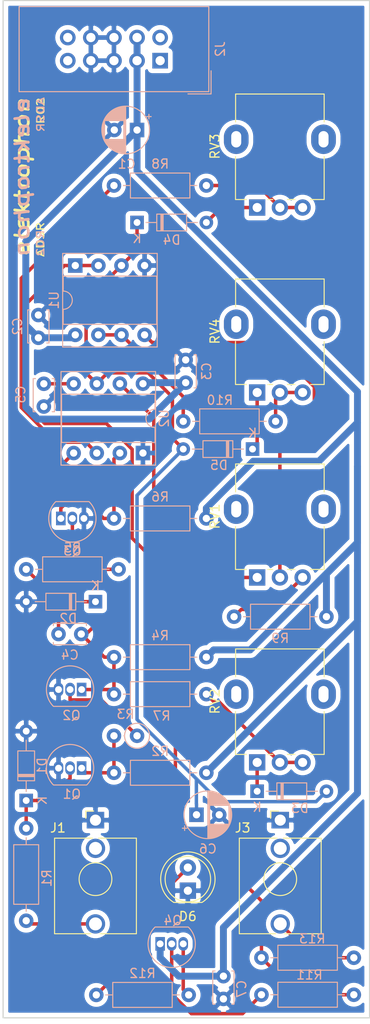
<source format=kicad_pcb>
(kicad_pcb (version 20171130) (host pcbnew "(5.1.4)-1")
  (title_block (title ADSR) (date 2019-09-22) (rev 01) (comment 1 "Original design by René Schmitz") (comment 2 "PCB for main circuit") (comment 4 "License CC BY 4.0 - Attribution 4.0 International"))
  (layers (0 F.Cu signal) (31 B.Cu signal) (34 B.Paste user) (35 F.Paste user) (36 B.SilkS user) (37 F.SilkS user) (38 B.Mask user) (39 F.Mask user) (44 Edge.Cuts user))
  (net 0 "")
  (net 1 GND)
  (net 2 +15V)
  (net 3 "Net-(C4-Pad2)")
  (net 4 "Net-(C4-Pad1)")
  (net 5 "Net-(C5-Pad2)")
  (net 6 "Net-(C6-Pad1)")
  (net 7 "Net-(D1-Pad1)")
  (net 8 "Net-(D3-Pad1)")
  (net 9 "Net-(D4-Pad2)")
  (net 10 "Net-(D5-Pad1)")
  (net 11 "Net-(D6-Pad2)")
  (net 12 "Net-(J1-PadTN)")
  (net 13 "Net-(J1-PadT)")
  (net 14 "Net-(J2-Pad10)")
  (net 15 "Net-(J2-Pad9)")
  (net 16 "Net-(J2-Pad2)")
  (net 17 "Net-(J2-Pad1)")
  (net 18 "Net-(J3-PadTN)")
  (net 19 "Net-(J3-PadT)")
  (net 20 "Net-(Q1-Pad1)")
  (net 21 "Net-(Q2-Pad2)")
  (net 22 "Net-(Q3-Pad1)")
  (net 23 "Net-(Q3-Pad2)")
  (net 24 "Net-(Q4-Pad3)")
  (net 25 "Net-(Q4-Pad2)")
  (net 26 "Net-(R7-Pad1)")
  (net 27 "Net-(R8-Pad2)")
  (net 28 "Net-(R8-Pad1)")
  (net 29 "Net-(R9-Pad1)")
  (net 30 "Net-(R10-Pad2)")
  (net 31 "Net-(R10-Pad1)")
  (net 32 "Net-(R11-Pad2)")
  (net 33 "Net-(RV1-Pad2)")
  (net 34 "Net-(RV1-Pad1)")
  (module "elektrophon:elektrophon logo" (layer F.Cu) (at 53.9115 70.1675 90)
    (fp_text reference REF** hide)
    (fp_text value "elektrophon logo" hide)
    (fp_text user ADSR (at 8.84 1.02 90) (layer B.SilkS) (effects (font (size 0.8 1)) (justify left mirror)))
    (fp_text user R02 (at -8.83 1 90) (layer B.SilkS) (effects (font (size 0.8 1)) (justify right mirror)))
    (fp_text user elektrophon (at 0 -1.016 90) (layer B.SilkS) (effects (font (size 1.5 2) (thickness 0.3) italic) (justify mirror)))
    (fp_text user R02 (at 8.8 1.02 90) (layer F.SilkS) (effects (font (size 0.8 1)) (justify right)))
    (fp_text user ADSR (at -8.88 1 90) (layer F.SilkS) (effects (font (size 0.8 1)) (justify left)))
    (fp_text user elektrophon (at 0 -1.016 90) (layer F.SilkS) (effects (font (size 1.5 2) (thickness 0.3) italic)))
  )
  (module Package_TO_SOT_THT:TO-92_Inline (layer B.Cu) (at 57.15 107.696)
    (fp_text reference Q3 (at 1.27 3.56) (layer B.SilkS) (effects (justify mirror)))
    (fp_text value BC547)
    (pad 1 thru_hole rect (at 0 0) (size 1.05 1.5) (drill 0.75) (layers *.Cu *.Mask) (net 22 "Net-(Q3-Pad1)"))
    (pad 3 thru_hole oval (at 2.54 0) (size 1.05 1.5) (drill 0.75) (layers *.Cu *.Mask) (net 1 GND))
    (pad 2 thru_hole oval (at 1.27 0) (size 1.05 1.5) (drill 0.75) (layers *.Cu *.Mask) (net 23 "Net-(Q3-Pad2)"))
  )
  (module Capacitor_THT:C_Disc_D3.4mm_W2.1mm_P2.50mm (layer B.Cu) (at 75.03 157.98 270)
    (fp_text reference C7 (at 1.41 -2.01 90) (layer B.SilkS) (effects (justify mirror)))
    (fp_text value 100n)
    (pad 2 thru_hole circle (at 2.5 0 270) (size 1.6 1.6) (drill 0.8) (layers *.Cu *.Mask) (net 1 GND))
    (pad 1 thru_hole circle (at 0 0 270) (size 1.6 1.6) (drill 0.8) (layers *.Cu *.Mask) (net 2 +15V))
  )
  (module Capacitor_THT:C_Disc_D3.4mm_W2.1mm_P2.50mm (layer B.Cu) (at 55.28 95.4 90)
    (fp_text reference C5 (at 1.32 -2.54 270) (layer B.SilkS) (effects (justify mirror)))
    (fp_text value 10n)
    (pad 2 thru_hole circle (at 2.5 0 90) (size 1.6 1.6) (drill 0.8) (layers *.Cu *.Mask) (net 5 "Net-(C5-Pad2)"))
    (pad 1 thru_hole circle (at 0 0 90) (size 1.6 1.6) (drill 0.8) (layers *.Cu *.Mask) (net 1 GND))
  )
  (module Capacitor_THT:C_Disc_D3.4mm_W2.1mm_P2.50mm (layer B.Cu) (at 56.896 120.396)
    (fp_text reference C4 (at 1.25 2.3) (layer B.SilkS) (effects (justify mirror)))
    (fp_text value 10n)
    (pad 2 thru_hole circle (at 2.5 0) (size 1.6 1.6) (drill 0.8) (layers *.Cu *.Mask) (net 3 "Net-(C4-Pad2)"))
    (pad 1 thru_hole circle (at 0 0) (size 1.6 1.6) (drill 0.8) (layers *.Cu *.Mask) (net 4 "Net-(C4-Pad1)"))
  )
  (module Capacitor_THT:C_Disc_D3.4mm_W2.1mm_P2.50mm (layer B.Cu) (at 70.88 92.78 90)
    (fp_text reference C3 (at 1.25 2.3 270) (layer B.SilkS) (effects (justify mirror)))
    (fp_text value 0.1u)
    (pad 2 thru_hole circle (at 2.5 0 90) (size 1.6 1.6) (drill 0.8) (layers *.Cu *.Mask) (net 1 GND))
    (pad 1 thru_hole circle (at 0 0 90) (size 1.6 1.6) (drill 0.8) (layers *.Cu *.Mask) (net 2 +15V))
  )
  (module Capacitor_THT:C_Disc_D3.4mm_W2.1mm_P2.50mm (layer B.Cu) (at 54.68 85.35 270)
    (fp_text reference C2 (at 1.25 2.3 270) (layer B.SilkS) (effects (justify mirror)))
    (fp_text value 0.1u)
    (pad 2 thru_hole circle (at 2.5 0 270) (size 1.6 1.6) (drill 0.8) (layers *.Cu *.Mask) (net 2 +15V))
    (pad 1 thru_hole circle (at 0 0 270) (size 1.6 1.6) (drill 0.8) (layers *.Cu *.Mask) (net 1 GND))
  )
  (module LED_THT:LED_D5.0mm (layer F.Cu) (at 71.12 148.59 90)
    (fp_text reference D6 (at -2.83 -0.01 180) (layer F.SilkS))
    (fp_text value LED)
    (pad 2 thru_hole circle (at 2.54 0 90) (size 1.8 1.8) (drill 0.9) (layers *.Cu *.Mask) (net 11 "Net-(D6-Pad2)"))
    (pad 1 thru_hole rect (at 0 0 90) (size 1.8 1.8) (drill 0.9) (layers *.Cu *.Mask) (net 1 GND))
  )
  (module Package_DIP:DIP-8_W7.62mm_Socket (layer B.Cu) (at 66.18 100.51 90)
    (fp_text reference U2 (at 3.81 2.33 270) (layer B.SilkS) (effects (justify mirror)))
    (fp_text value ICM7555)
    (pad 8 thru_hole oval (at 7.62 0 90) (size 1.6 1.6) (drill 0.8) (layers *.Cu *.Mask) (net 2 +15V))
    (pad 4 thru_hole oval (at 0 -7.62 90) (size 1.6 1.6) (drill 0.8) (layers *.Cu *.Mask) (net 3 "Net-(C4-Pad2)"))
    (pad 7 thru_hole oval (at 7.62 -2.54 90) (size 1.6 1.6) (drill 0.8) (layers *.Cu *.Mask) (net 34 "Net-(RV1-Pad1)"))
    (pad 3 thru_hole oval (at 0 -5.08 90) (size 1.6 1.6) (drill 0.8) (layers *.Cu *.Mask) (net 27 "Net-(R8-Pad2)"))
    (pad 6 thru_hole oval (at 7.62 -5.08 90) (size 1.6 1.6) (drill 0.8) (layers *.Cu *.Mask) (net 6 "Net-(C6-Pad1)"))
    (pad 2 thru_hole oval (at 0 -2.54 90) (size 1.6 1.6) (drill 0.8) (layers *.Cu *.Mask) (net 22 "Net-(Q3-Pad1)"))
    (pad 5 thru_hole oval (at 7.62 -7.62 90) (size 1.6 1.6) (drill 0.8) (layers *.Cu *.Mask) (net 5 "Net-(C5-Pad2)"))
    (pad 1 thru_hole rect (at 0 0 90) (size 1.6 1.6) (drill 0.8) (layers *.Cu *.Mask) (net 1 GND))
  )
  (module Package_DIP:DIP-8_W7.62mm_Socket (layer B.Cu) (at 58.74 79.91 270)
    (fp_text reference U1 (at 3.81 2.33 270) (layer B.SilkS) (effects (justify mirror)))
    (fp_text value LM358)
    (pad 8 thru_hole oval (at 7.62 0 270) (size 1.6 1.6) (drill 0.8) (layers *.Cu *.Mask) (net 2 +15V))
    (pad 4 thru_hole oval (at 0 -7.62 270) (size 1.6 1.6) (drill 0.8) (layers *.Cu *.Mask) (net 1 GND))
    (pad 7 thru_hole oval (at 7.62 -2.54 270) (size 1.6 1.6) (drill 0.8) (layers *.Cu *.Mask) (net 31 "Net-(R10-Pad1)"))
    (pad 3 thru_hole oval (at 0 -5.08 270) (size 1.6 1.6) (drill 0.8) (layers *.Cu *.Mask) (net 6 "Net-(C6-Pad1)"))
    (pad 6 thru_hole oval (at 7.62 -5.08 270) (size 1.6 1.6) (drill 0.8) (layers *.Cu *.Mask) (net 31 "Net-(R10-Pad1)"))
    (pad 2 thru_hole oval (at 0 -2.54 270) (size 1.6 1.6) (drill 0.8) (layers *.Cu *.Mask) (net 32 "Net-(R11-Pad2)"))
    (pad 5 thru_hole oval (at 7.62 -7.62 270) (size 1.6 1.6) (drill 0.8) (layers *.Cu *.Mask) (net 33 "Net-(RV1-Pad2)"))
    (pad 1 thru_hole rect (at 0 0 270) (size 1.6 1.6) (drill 0.8) (layers *.Cu *.Mask) (net 32 "Net-(R11-Pad2)"))
  )
  (module elektrophon:Potentiometer_Alpha_RD901F-40-00D_Single_Vertical (layer F.Cu) (at 81.28 86.36 90)
    (fp_text reference RV4 (at -0.79 -7.18 270) (layer F.SilkS))
    (fp_text value "1M LOG")
    (pad "" thru_hole oval (at 0 -4.84 180) (size 2.72 3.24) (drill oval 1.1 1.8) (layers *.Cu *.Mask))
    (pad "" thru_hole oval (at 0 4.76 180) (size 2.72 3.24) (drill oval 1.1 1.8) (layers *.Cu *.Mask))
    (pad 3 thru_hole circle (at -7.5 2.46 180) (size 1.8 1.8) (drill 1) (layers *.Cu *.Mask) (net 30 "Net-(R10-Pad2)"))
    (pad 2 thru_hole circle (at -7.5 -0.04 180) (size 1.8 1.8) (drill 1) (layers *.Cu *.Mask) (net 30 "Net-(R10-Pad2)"))
    (pad 1 thru_hole rect (at -7.5 -2.54 180) (size 1.8 1.8) (drill 1) (layers *.Cu *.Mask) (net 10 "Net-(D5-Pad1)"))
  )
  (module elektrophon:Potentiometer_Alpha_RD901F-40-00D_Single_Vertical (layer F.Cu) (at 81.28 66.04 90)
    (fp_text reference RV3 (at -0.79 -7.18 270) (layer F.SilkS))
    (fp_text value "1M LOG")
    (pad "" thru_hole oval (at 0 -4.84 180) (size 2.72 3.24) (drill oval 1.1 1.8) (layers *.Cu *.Mask))
    (pad "" thru_hole oval (at 0 4.76 180) (size 2.72 3.24) (drill oval 1.1 1.8) (layers *.Cu *.Mask))
    (pad 3 thru_hole circle (at -7.5 2.46 180) (size 1.8 1.8) (drill 1) (layers *.Cu *.Mask) (net 28 "Net-(R8-Pad1)"))
    (pad 2 thru_hole circle (at -7.5 -0.04 180) (size 1.8 1.8) (drill 1) (layers *.Cu *.Mask) (net 28 "Net-(R8-Pad1)"))
    (pad 1 thru_hole rect (at -7.5 -2.54 180) (size 1.8 1.8) (drill 1) (layers *.Cu *.Mask) (net 9 "Net-(D4-Pad2)"))
  )
  (module elektrophon:Potentiometer_Alpha_RD901F-40-00D_Single_Vertical (layer F.Cu) (at 81.28 127 90)
    (fp_text reference RV2 (at -0.79 -7.18 270) (layer F.SilkS))
    (fp_text value "1M LOG")
    (pad "" thru_hole oval (at 0 -4.84 180) (size 2.72 3.24) (drill oval 1.1 1.8) (layers *.Cu *.Mask))
    (pad "" thru_hole oval (at 0 4.76 180) (size 2.72 3.24) (drill oval 1.1 1.8) (layers *.Cu *.Mask))
    (pad 3 thru_hole circle (at -7.5 2.46 180) (size 1.8 1.8) (drill 1) (layers *.Cu *.Mask) (net 26 "Net-(R7-Pad1)"))
    (pad 2 thru_hole circle (at -7.5 -0.04 180) (size 1.8 1.8) (drill 1) (layers *.Cu *.Mask) (net 26 "Net-(R7-Pad1)"))
    (pad 1 thru_hole rect (at -7.5 -2.54 180) (size 1.8 1.8) (drill 1) (layers *.Cu *.Mask) (net 8 "Net-(D3-Pad1)"))
  )
  (module elektrophon:Potentiometer_Alpha_RD901F-40-00D_Single_Vertical (layer F.Cu) (at 81.28 106.68 90)
    (fp_text reference RV1 (at -0.79 -7.18 270) (layer F.SilkS))
    (fp_text value 10k)
    (pad "" thru_hole oval (at 0 -4.84 180) (size 2.72 3.24) (drill oval 1.1 1.8) (layers *.Cu *.Mask))
    (pad "" thru_hole oval (at 0 4.76 180) (size 2.72 3.24) (drill oval 1.1 1.8) (layers *.Cu *.Mask))
    (pad 3 thru_hole circle (at -7.5 2.46 180) (size 1.8 1.8) (drill 1) (layers *.Cu *.Mask) (net 29 "Net-(R9-Pad1)"))
    (pad 2 thru_hole circle (at -7.5 -0.04 180) (size 1.8 1.8) (drill 1) (layers *.Cu *.Mask) (net 33 "Net-(RV1-Pad2)"))
    (pad 1 thru_hole rect (at -7.5 -2.54 180) (size 1.8 1.8) (drill 1) (layers *.Cu *.Mask) (net 34 "Net-(RV1-Pad1)"))
  )
  (module Resistor_THT:R_Axial_DIN0207_L6.3mm_D2.5mm_P10.16mm_Horizontal (layer B.Cu) (at 79.212 155.956)
    (fp_text reference R13 (at 5.588 -2.086) (layer B.SilkS) (effects (justify mirror)))
    (fp_text value 1k)
    (pad 2 thru_hole oval (at 10.16 0) (size 1.6 1.6) (drill 0.8) (layers *.Cu *.Mask) (net 19 "Net-(J3-PadT)"))
    (pad 1 thru_hole circle (at 0 0) (size 1.6 1.6) (drill 0.8) (layers *.Cu *.Mask) (net 32 "Net-(R11-Pad2)"))
  )
  (module Resistor_THT:R_Axial_DIN0207_L6.3mm_D2.5mm_P10.16mm_Horizontal (layer B.Cu) (at 71.21 160.04 180)
    (fp_text reference R12 (at 5.08 2.37 180) (layer B.SilkS) (effects (justify mirror)))
    (fp_text value 2k2)
    (pad 2 thru_hole oval (at 10.16 0 180) (size 1.6 1.6) (drill 0.8) (layers *.Cu *.Mask) (net 11 "Net-(D6-Pad2)"))
    (pad 1 thru_hole circle (at 0 0 180) (size 1.6 1.6) (drill 0.8) (layers *.Cu *.Mask) (net 24 "Net-(Q4-Pad3)"))
  )
  (module Resistor_THT:R_Axial_DIN0207_L6.3mm_D2.5mm_P10.16mm_Horizontal (layer B.Cu) (at 79.212 160.02)
    (fp_text reference R11 (at 5.278 -2.18) (layer B.SilkS) (effects (justify mirror)))
    (fp_text value 10k)
    (pad 2 thru_hole oval (at 10.16 0) (size 1.6 1.6) (drill 0.8) (layers *.Cu *.Mask) (net 32 "Net-(R11-Pad2)"))
    (pad 1 thru_hole circle (at 0 0) (size 1.6 1.6) (drill 0.8) (layers *.Cu *.Mask) (net 25 "Net-(Q4-Pad2)"))
  )
  (module Resistor_THT:R_Axial_DIN0207_L6.3mm_D2.5mm_P10.16mm_Horizontal (layer B.Cu) (at 70.612 97.028)
    (fp_text reference R10 (at 4.028 -2.328) (layer B.SilkS) (effects (justify mirror)))
    (fp_text value 100)
    (pad 2 thru_hole oval (at 10.16 0) (size 1.6 1.6) (drill 0.8) (layers *.Cu *.Mask) (net 30 "Net-(R10-Pad2)"))
    (pad 1 thru_hole circle (at 0 0) (size 1.6 1.6) (drill 0.8) (layers *.Cu *.Mask) (net 31 "Net-(R10-Pad1)"))
  )
  (module Resistor_THT:R_Axial_DIN0207_L6.3mm_D2.5mm_P10.16mm_Horizontal (layer B.Cu) (at 76.2 118.49)
    (fp_text reference R9 (at 5.08 2.37) (layer B.SilkS) (effects (justify mirror)))
    (fp_text value 4k7)
    (pad 2 thru_hole oval (at 10.16 0) (size 1.6 1.6) (drill 0.8) (layers *.Cu *.Mask) (net 2 +15V))
    (pad 1 thru_hole circle (at 0 0) (size 1.6 1.6) (drill 0.8) (layers *.Cu *.Mask) (net 29 "Net-(R9-Pad1)"))
  )
  (module Resistor_THT:R_Axial_DIN0207_L6.3mm_D2.5mm_P10.16mm_Horizontal (layer B.Cu) (at 73.152 71.12 180)
    (fp_text reference R8 (at 5.08 2.37) (layer B.SilkS) (effects (justify mirror)))
    (fp_text value 100)
    (pad 2 thru_hole oval (at 10.16 0 180) (size 1.6 1.6) (drill 0.8) (layers *.Cu *.Mask) (net 27 "Net-(R8-Pad2)"))
    (pad 1 thru_hole circle (at 0 0 180) (size 1.6 1.6) (drill 0.8) (layers *.Cu *.Mask) (net 28 "Net-(R8-Pad1)"))
  )
  (module Resistor_THT:R_Axial_DIN0207_L6.3mm_D2.5mm_P10.16mm_Horizontal (layer B.Cu) (at 73.152 127 180)
    (fp_text reference R7 (at 4.912 -2.39) (layer B.SilkS) (effects (justify mirror)))
    (fp_text value 100)
    (pad 2 thru_hole oval (at 10.16 0 180) (size 1.6 1.6) (drill 0.8) (layers *.Cu *.Mask) (net 3 "Net-(C4-Pad2)"))
    (pad 1 thru_hole circle (at 0 0 180) (size 1.6 1.6) (drill 0.8) (layers *.Cu *.Mask) (net 26 "Net-(R7-Pad1)"))
  )
  (module Resistor_THT:R_Axial_DIN0207_L6.3mm_D2.5mm_P10.16mm_Horizontal (layer B.Cu) (at 73.152 107.696 180)
    (fp_text reference R6 (at 5.08 2.37 180) (layer B.SilkS) (effects (justify mirror)))
    (fp_text value 4k7)
    (pad 2 thru_hole oval (at 10.16 0 180) (size 1.6 1.6) (drill 0.8) (layers *.Cu *.Mask) (net 22 "Net-(Q3-Pad1)"))
    (pad 1 thru_hole circle (at 0 0 180) (size 1.6 1.6) (drill 0.8) (layers *.Cu *.Mask) (net 2 +15V))
  )
  (module Resistor_THT:R_Axial_DIN0207_L6.3mm_D2.5mm_P10.16mm_Horizontal (layer B.Cu) (at 63.5 113.284 180)
    (fp_text reference R5 (at 5.08 2.37) (layer B.SilkS) (effects (justify mirror)))
    (fp_text value 10k)
    (pad 2 thru_hole oval (at 10.16 0 180) (size 1.6 1.6) (drill 0.8) (layers *.Cu *.Mask) (net 4 "Net-(C4-Pad1)"))
    (pad 1 thru_hole circle (at 0 0 180) (size 1.6 1.6) (drill 0.8) (layers *.Cu *.Mask) (net 23 "Net-(Q3-Pad2)"))
  )
  (module Resistor_THT:R_Axial_DIN0207_L6.3mm_D2.5mm_P10.16mm_Horizontal (layer B.Cu) (at 73.152 122.936 180)
    (fp_text reference R4 (at 5.08 2.37 180) (layer B.SilkS) (effects (justify mirror)))
    (fp_text value 4k7)
    (pad 2 thru_hole oval (at 10.16 0 180) (size 1.6 1.6) (drill 0.8) (layers *.Cu *.Mask) (net 3 "Net-(C4-Pad2)"))
    (pad 1 thru_hole circle (at 0 0 180) (size 1.6 1.6) (drill 0.8) (layers *.Cu *.Mask) (net 2 +15V))
  )
  (module Resistor_THT:R_Axial_DIN0207_L6.3mm_D2.5mm_P2.54mm_Vertical (layer B.Cu) (at 65.532 131.572 180)
    (fp_text reference R3 (at 1.27 2.37) (layer B.SilkS) (effects (justify mirror)))
    (fp_text value 22k)
    (pad 2 thru_hole oval (at 2.54 0 180) (size 1.6 1.6) (drill 0.8) (layers *.Cu *.Mask) (net 20 "Net-(Q1-Pad1)"))
    (pad 1 thru_hole circle (at 0 0 180) (size 1.6 1.6) (drill 0.8) (layers *.Cu *.Mask) (net 21 "Net-(Q2-Pad2)"))
  )
  (module Resistor_THT:R_Axial_DIN0207_L6.3mm_D2.5mm_P10.16mm_Horizontal (layer B.Cu) (at 73.152 135.636 180)
    (fp_text reference R2 (at 5.08 2.37 180) (layer B.SilkS) (effects (justify mirror)))
    (fp_text value 4k7)
    (pad 2 thru_hole oval (at 10.16 0 180) (size 1.6 1.6) (drill 0.8) (layers *.Cu *.Mask) (net 20 "Net-(Q1-Pad1)"))
    (pad 1 thru_hole circle (at 0 0 180) (size 1.6 1.6) (drill 0.8) (layers *.Cu *.Mask) (net 2 +15V))
  )
  (module Resistor_THT:R_Axial_DIN0207_L6.3mm_D2.5mm_P10.16mm_Horizontal (layer B.Cu) (at 53.34 141.732 270)
    (fp_text reference R1 (at 5.488 -2.27 90) (layer B.SilkS) (effects (justify mirror)))
    (fp_text value 10k)
    (pad 2 thru_hole oval (at 10.16 0 270) (size 1.6 1.6) (drill 0.8) (layers *.Cu *.Mask) (net 13 "Net-(J1-PadT)"))
    (pad 1 thru_hole circle (at 0 0 270) (size 1.6 1.6) (drill 0.8) (layers *.Cu *.Mask) (net 7 "Net-(D1-Pad1)"))
  )
  (module Package_TO_SOT_THT:TO-92_Inline (layer B.Cu) (at 68.072 154.432)
    (fp_text reference Q4 (at 1.388 -2.572) (layer B.SilkS) (effects (justify mirror)))
    (fp_text value BC547)
    (pad 1 thru_hole rect (at 0 0) (size 1.05 1.5) (drill 0.75) (layers *.Cu *.Mask) (net 2 +15V))
    (pad 3 thru_hole oval (at 2.54 0) (size 1.05 1.5) (drill 0.75) (layers *.Cu *.Mask) (net 24 "Net-(Q4-Pad3)"))
    (pad 2 thru_hole oval (at 1.27 0) (size 1.05 1.5) (drill 0.75) (layers *.Cu *.Mask) (net 25 "Net-(Q4-Pad2)"))
  )
  (module Package_TO_SOT_THT:TO-92_Inline (layer B.Cu) (at 59.436 126.492 180)
    (fp_text reference Q2 (at 1.116 -2.838) (layer B.SilkS) (effects (justify mirror)))
    (fp_text value BC547)
    (pad 1 thru_hole rect (at 0 0 180) (size 1.05 1.5) (drill 0.75) (layers *.Cu *.Mask) (net 3 "Net-(C4-Pad2)"))
    (pad 3 thru_hole oval (at 2.54 0 180) (size 1.05 1.5) (drill 0.75) (layers *.Cu *.Mask) (net 1 GND))
    (pad 2 thru_hole oval (at 1.27 0 180) (size 1.05 1.5) (drill 0.75) (layers *.Cu *.Mask) (net 21 "Net-(Q2-Pad2)"))
  )
  (module Package_TO_SOT_THT:TO-92_Inline (layer B.Cu) (at 59.436 135.128 180)
    (fp_text reference Q1 (at 1.076 -2.852) (layer B.SilkS) (effects (justify mirror)))
    (fp_text value BC547)
    (pad 1 thru_hole rect (at 0 0 180) (size 1.05 1.5) (drill 0.75) (layers *.Cu *.Mask) (net 20 "Net-(Q1-Pad1)"))
    (pad 3 thru_hole oval (at 2.54 0 180) (size 1.05 1.5) (drill 0.75) (layers *.Cu *.Mask) (net 1 GND))
    (pad 2 thru_hole oval (at 1.27 0 180) (size 1.05 1.5) (drill 0.75) (layers *.Cu *.Mask) (net 7 "Net-(D1-Pad1)"))
  )
  (module elektrophon:Jack_3.5mm_QingPu_WQP-PJ398SM_Vertical_CircularHoles (layer F.Cu) (at 81.28 147.32)
    (fp_text reference J3 (at -4.13 -5.63) (layer F.SilkS))
    (fp_text value OUT)
    (pad TN thru_hole circle (at 0 -3.38 180) (size 2.13 2.13) (drill 1.42) (layers *.Cu *.Mask) (net 18 "Net-(J3-PadTN)"))
    (pad S thru_hole rect (at 0 -6.48 180) (size 1.93 1.83) (drill 1.22) (layers *.Cu *.Mask) (net 1 GND))
    (pad T thru_hole circle (at 0 4.92 180) (size 2.13 2.13) (drill 1.43) (layers *.Cu *.Mask) (net 19 "Net-(J3-PadT)"))
  )
  (module Connector_IDC:IDC-Header_2x05_P2.54mm_Vertical (layer B.Cu) (at 68.072 57.404 90)
    (fp_text reference J2 (at 1.27 6.604 270) (layer B.SilkS) (effects (justify mirror)))
    (fp_text value Power)
    (pad 10 thru_hole oval (at 2.54 -10.16 90) (size 1.7272 1.7272) (drill 1.016) (layers *.Cu *.Mask) (net 14 "Net-(J2-Pad10)"))
    (pad 9 thru_hole oval (at 0 -10.16 90) (size 1.7272 1.7272) (drill 1.016) (layers *.Cu *.Mask) (net 15 "Net-(J2-Pad9)"))
    (pad 8 thru_hole oval (at 2.54 -7.62 90) (size 1.7272 1.7272) (drill 1.016) (layers *.Cu *.Mask) (net 1 GND))
    (pad 7 thru_hole oval (at 0 -7.62 90) (size 1.7272 1.7272) (drill 1.016) (layers *.Cu *.Mask) (net 1 GND))
    (pad 6 thru_hole oval (at 2.54 -5.08 90) (size 1.7272 1.7272) (drill 1.016) (layers *.Cu *.Mask) (net 1 GND))
    (pad 5 thru_hole oval (at 0 -5.08 90) (size 1.7272 1.7272) (drill 1.016) (layers *.Cu *.Mask) (net 1 GND))
    (pad 4 thru_hole oval (at 2.54 -2.54 90) (size 1.7272 1.7272) (drill 1.016) (layers *.Cu *.Mask) (net 2 +15V))
    (pad 3 thru_hole oval (at 0 -2.54 90) (size 1.7272 1.7272) (drill 1.016) (layers *.Cu *.Mask) (net 2 +15V))
    (pad 2 thru_hole oval (at 2.54 0 90) (size 1.7272 1.7272) (drill 1.016) (layers *.Cu *.Mask) (net 16 "Net-(J2-Pad2)"))
    (pad 1 thru_hole rect (at 0 0 90) (size 1.7272 1.7272) (drill 1.016) (layers *.Cu *.Mask) (net 17 "Net-(J2-Pad1)"))
  )
  (module elektrophon:Jack_3.5mm_QingPu_WQP-PJ398SM_Vertical_CircularHoles (layer F.Cu) (at 60.96 147.32)
    (fp_text reference J1 (at -4.13 -5.63) (layer F.SilkS))
    (fp_text value IN)
    (pad TN thru_hole circle (at 0 -3.38 180) (size 2.13 2.13) (drill 1.42) (layers *.Cu *.Mask) (net 12 "Net-(J1-PadTN)"))
    (pad S thru_hole rect (at 0 -6.48 180) (size 1.93 1.83) (drill 1.22) (layers *.Cu *.Mask) (net 1 GND))
    (pad T thru_hole circle (at 0 4.92 180) (size 2.13 2.13) (drill 1.43) (layers *.Cu *.Mask) (net 13 "Net-(J1-PadT)"))
  )
  (module Diode_THT:D_DO-34_SOD68_P7.62mm_Horizontal (layer B.Cu) (at 78.232 100.076 180)
    (fp_text reference D5 (at 3.692 -1.774) (layer B.SilkS) (effects (justify mirror)))
    (fp_text value D)
    (fp_text user K (at 0 1.75) (layer B.SilkS) (effects (justify mirror)))
    (pad 2 thru_hole oval (at 7.62 0 180) (size 1.5 1.5) (drill 0.75) (layers *.Cu *.Mask) (net 6 "Net-(C6-Pad1)"))
    (pad 1 thru_hole rect (at 0 0 180) (size 1.5 1.5) (drill 0.75) (layers *.Cu *.Mask) (net 10 "Net-(D5-Pad1)"))
  )
  (module Diode_THT:D_DO-34_SOD68_P7.62mm_Horizontal (layer B.Cu) (at 65.532 75.184)
    (fp_text reference D4 (at 3.81 1.92) (layer B.SilkS) (effects (justify mirror)))
    (fp_text value D)
    (fp_text user K (at 0 1.75) (layer B.SilkS) (effects (justify mirror)))
    (pad 2 thru_hole oval (at 7.62 0) (size 1.5 1.5) (drill 0.75) (layers *.Cu *.Mask) (net 9 "Net-(D4-Pad2)"))
    (pad 1 thru_hole rect (at 0 0) (size 1.5 1.5) (drill 0.75) (layers *.Cu *.Mask) (net 6 "Net-(C6-Pad1)"))
  )
  (module Diode_THT:D_DO-34_SOD68_P7.62mm_Horizontal (layer B.Cu) (at 78.74 137.668)
    (fp_text reference D3 (at 4.7 1.862 180) (layer B.SilkS) (effects (justify mirror)))
    (fp_text value D)
    (fp_text user K (at 0 1.75 180) (layer B.SilkS) (effects (justify mirror)))
    (pad 2 thru_hole oval (at 7.62 0) (size 1.5 1.5) (drill 0.75) (layers *.Cu *.Mask) (net 6 "Net-(C6-Pad1)"))
    (pad 1 thru_hole rect (at 0 0) (size 1.5 1.5) (drill 0.75) (layers *.Cu *.Mask) (net 8 "Net-(D3-Pad1)"))
  )
  (module Diode_THT:D_DO-34_SOD68_P7.62mm_Horizontal (layer B.Cu) (at 60.96 116.84 180)
    (fp_text reference D2 (at 2.99 -1.84 180) (layer B.SilkS) (effects (justify mirror)))
    (fp_text value D)
    (fp_text user K (at 0 1.75 180) (layer B.SilkS) (effects (justify mirror)))
    (pad 2 thru_hole oval (at 7.62 0 180) (size 1.5 1.5) (drill 0.75) (layers *.Cu *.Mask) (net 1 GND))
    (pad 1 thru_hole rect (at 0 0 180) (size 1.5 1.5) (drill 0.75) (layers *.Cu *.Mask) (net 4 "Net-(C4-Pad1)"))
  )
  (module Diode_THT:D_DO-34_SOD68_P7.62mm_Horizontal (layer B.Cu) (at 53.34 138.684 90)
    (fp_text reference D1 (at 3.764 1.74 90) (layer B.SilkS) (effects (justify mirror)))
    (fp_text value D)
    (fp_text user K (at 0 1.75 90) (layer B.SilkS) (effects (justify mirror)))
    (pad 2 thru_hole oval (at 7.62 0 90) (size 1.5 1.5) (drill 0.75) (layers *.Cu *.Mask) (net 1 GND))
    (pad 1 thru_hole rect (at 0 0 90) (size 1.5 1.5) (drill 0.75) (layers *.Cu *.Mask) (net 7 "Net-(D1-Pad1)"))
  )
  (module Capacitor_THT:CP_Radial_D5.0mm_P2.50mm (layer B.Cu) (at 72.07 140.25)
    (fp_text reference C6 (at 1.25 3.75) (layer B.SilkS) (effects (justify mirror)))
    (fp_text value 4u7)
    (pad 2 thru_hole circle (at 2.5 0) (size 1.6 1.6) (drill 0.8) (layers *.Cu *.Mask) (net 1 GND))
    (pad 1 thru_hole rect (at 0 0) (size 1.6 1.6) (drill 0.8) (layers *.Cu *.Mask) (net 6 "Net-(C6-Pad1)"))
  )
  (module Capacitor_THT:CP_Radial_D5.0mm_P2.50mm (layer B.Cu) (at 65.532 65.024 180)
    (fp_text reference C1 (at 1.142 -3.736) (layer B.SilkS) (effects (justify mirror)))
    (fp_text value 10u)
    (pad 2 thru_hole circle (at 2.5 0 180) (size 1.6 1.6) (drill 0.8) (layers *.Cu *.Mask) (net 1 GND))
    (pad 1 thru_hole rect (at 0 0 180) (size 1.6 1.6) (drill 0.8) (layers *.Cu *.Mask) (net 2 +15V))
  )
  (gr_line (start 91.1 50.8) (end 50.8 50.8) (layer Edge.Cuts) (width 0.12))
  (gr_line (start 91.1 162.56) (end 91.1 50.8) (layer Edge.Cuts) (width 0.12))
  (gr_line (start 50.8 162.56) (end 91.1 162.56) (layer Edge.Cuts) (width 0.12))
  (gr_line (start 50.8 50.8) (end 50.8 162.56) (layer Edge.Cuts) (width 0.12))
  (segment (start 65.532 54.864) (end 65.532 57.404) (width 0.762) (layer B.Cu) (net 2))
  (segment (start 54.864 75.692) (end 56.642 73.914) (width 0.762) (layer B.Cu) (net 2))
  (segment (start 65.532 57.404) (end 65.532 65.024) (width 0.762) (layer B.Cu) (net 2))
  (segment (start 56.642 73.914) (end 65.532 65.024) (width 0.762) (layer B.Cu) (net 2))
  (segment (start 65.532 69.533882) (end 89.773001 93.774883) (width 0.762) (layer B.Cu) (net 2))
  (segment (start 65.532 65.024) (end 65.532 69.533882) (width 0.762) (layer B.Cu) (net 2))
  (segment (start 89.773001 137.883081) (end 77.760041 149.896041) (width 0.762) (layer B.Cu) (net 2))
  (segment (start 89.773001 119.014999) (end 89.773001 113.426999) (width 0.762) (layer B.Cu) (net 2))
  (segment (start 73.152 135.636) (end 89.773001 119.014999) (width 0.762) (layer B.Cu) (net 2))
  (segment (start 89.773001 113.426999) (end 89.773001 137.883081) (width 0.762) (layer B.Cu) (net 2))
  (segment (start 89.773001 110.338881) (end 89.773001 101.965001) (width 0.762) (layer B.Cu) (net 2))
  (segment (start 77.975881 122.136001) (end 89.773001 110.338881) (width 0.762) (layer B.Cu) (net 2))
  (segment (start 73.951999 122.136001) (end 77.975881 122.136001) (width 0.762) (layer B.Cu) (net 2))
  (segment (start 73.152 122.936) (end 73.951999 122.136001) (width 0.762) (layer B.Cu) (net 2))
  (segment (start 86.36 113.792) (end 89.773001 110.378999) (width 0.762) (layer B.Cu) (net 2))
  (segment (start 86.36 118.49) (end 86.36 113.792) (width 0.762) (layer B.Cu) (net 2))
  (segment (start 89.773001 101.965001) (end 89.773001 110.378999) (width 0.762) (layer B.Cu) (net 2))
  (segment (start 89.773001 110.378999) (end 89.773001 113.426999) (width 0.762) (layer B.Cu) (net 2))
  (segment (start 85.536999 101.407001) (end 89.773001 97.170999) (width 0.762) (layer B.Cu) (net 2))
  (segment (start 73.152 106.56463) (end 78.309629 101.407001) (width 0.762) (layer B.Cu) (net 2))
  (segment (start 78.309629 101.407001) (end 85.536999 101.407001) (width 0.762) (layer B.Cu) (net 2))
  (segment (start 89.773001 97.170999) (end 89.773001 101.965001) (width 0.762) (layer B.Cu) (net 2))
  (segment (start 73.152 107.696) (end 73.152 106.56463) (width 0.762) (layer B.Cu) (net 2))
  (segment (start 89.773001 93.774883) (end 89.773001 97.170999) (width 0.762) (layer B.Cu) (net 2))
  (segment (start 70.080001 93.579999) (end 70.88 92.78) (width 0.762) (layer B.Cu) (net 2))
  (segment (start 53.298999 95.462881) (end 54.617119 96.781001) (width 0.762) (layer B.Cu) (net 2))
  (segment (start 53.913 76.643) (end 53.298999 77.257001) (width 0.762) (layer B.Cu) (net 2))
  (segment (start 53.913 76.643) (end 56.642 73.914) (width 0.762) (layer B.Cu) (net 2))
  (segment (start 66.878999 96.781001) (end 70.080001 93.579999) (width 0.762) (layer B.Cu) (net 2))
  (segment (start 54.617119 96.781001) (end 66.878999 96.781001) (width 0.762) (layer B.Cu) (net 2))
  (segment (start 53.482999 77.073001) (end 53.913 76.643) (width 0.762) (layer B.Cu) (net 2))
  (segment (start 66.29 92.78) (end 66.18 92.89) (width 0.762) (layer B.Cu) (net 2))
  (segment (start 70.88 92.78) (end 66.29 92.78) (width 0.762) (layer B.Cu) (net 2))
  (segment (start 53.298999 86.468999) (end 53.298999 84.851001) (width 0.762) (layer B.Cu) (net 2))
  (segment (start 53.298999 77.257001) (end 53.298999 84.851001) (width 0.762) (layer B.Cu) (net 2))
  (segment (start 54.68 87.85) (end 53.298999 86.468999) (width 0.762) (layer B.Cu) (net 2))
  (segment (start 53.298999 84.851001) (end 53.298999 95.462881) (width 0.762) (layer B.Cu) (net 2))
  (segment (start 58.42 87.85) (end 58.74 87.53) (width 0.762) (layer B.Cu) (net 2))
  (segment (start 54.68 87.85) (end 58.42 87.85) (width 0.762) (layer B.Cu) (net 2))
  (segment (start 75.03 152.626082) (end 76.258041 151.398041) (width 0.762) (layer B.Cu) (net 2))
  (segment (start 75.03 157.98) (end 75.03 152.626082) (width 0.762) (layer B.Cu) (net 2))
  (segment (start 76.258041 151.398041) (end 77.760041 149.896041) (width 0.762) (layer B.Cu) (net 2))
  (segment (start 68.072 155.944) (end 68.072 154.432) (width 0.762) (layer B.Cu) (net 2))
  (segment (start 70.108 157.98) (end 68.072 155.944) (width 0.762) (layer B.Cu) (net 2))
  (segment (start 75.03 157.98) (end 70.108 157.98) (width 0.762) (layer B.Cu) (net 2))
  (segment (start 62.484 126.492) (end 62.992 127) (width 0.381) (layer F.Cu) (net 3))
  (segment (start 59.436 126.492) (end 62.484 126.492) (width 0.381) (layer F.Cu) (net 3))
  (segment (start 62.992 122.936) (end 62.992 127) (width 0.381) (layer F.Cu) (net 3))
  (segment (start 61.936 122.936) (end 62.992 122.936) (width 0.381) (layer F.Cu) (net 3))
  (segment (start 59.396 120.396) (end 61.936 122.936) (width 0.381) (layer F.Cu) (net 3))
  (segment (start 57.760001 101.309999) (end 58.56 100.51) (width 0.381) (layer F.Cu) (net 3))
  (segment (start 55.372 103.698) (end 57.760001 101.309999) (width 0.381) (layer F.Cu) (net 3))
  (segment (start 59.944 120.396) (end 62.738 117.602) (width 0.381) (layer F.Cu) (net 3))
  (segment (start 59.396 120.396) (end 59.944 120.396) (width 0.381) (layer F.Cu) (net 3))
  (segment (start 55.372 110.689902) (end 55.372 103.698) (width 0.381) (layer F.Cu) (net 3))
  (segment (start 59.490098 114.808) (end 55.372 110.689902) (width 0.381) (layer F.Cu) (net 3))
  (segment (start 62.738 117.602) (end 62.738 116.078) (width 0.381) (layer F.Cu) (net 3))
  (segment (start 62.738 116.078) (end 61.468 114.808) (width 0.381) (layer F.Cu) (net 3))
  (segment (start 61.468 114.808) (end 59.490098 114.808) (width 0.381) (layer F.Cu) (net 3))
  (segment (start 56.896 116.84) (end 53.34 113.284) (width 0.381) (layer F.Cu) (net 4))
  (segment (start 56.896 118.872) (end 58.928 116.84) (width 0.381) (layer F.Cu) (net 4))
  (segment (start 56.896 120.396) (end 56.896 118.872) (width 0.381) (layer F.Cu) (net 4))
  (segment (start 60.96 116.84) (end 58.928 116.84) (width 0.381) (layer F.Cu) (net 4))
  (segment (start 58.928 116.84) (end 56.896 116.84) (width 0.381) (layer F.Cu) (net 4))
  (segment (start 58.55 92.9) (end 58.56 92.89) (width 0.381) (layer F.Cu) (net 5))
  (segment (start 55.28 92.9) (end 58.55 92.9) (width 0.381) (layer F.Cu) (net 5))
  (segment (start 65.532 78.198) (end 63.82 79.91) (width 0.381) (layer F.Cu) (net 6))
  (segment (start 62.290501 91.699499) (end 66.751441 91.699499) (width 0.381) (layer F.Cu) (net 6))
  (segment (start 59.930501 91.720501) (end 60.300001 92.090001) (width 0.381) (layer F.Cu) (net 6))
  (segment (start 65.532 75.184) (end 65.532 78.198) (width 0.381) (layer F.Cu) (net 6))
  (segment (start 69.421499 94.369557) (end 69.421499 98.885499) (width 0.381) (layer F.Cu) (net 6))
  (segment (start 66.751441 91.699499) (end 69.421499 94.369557) (width 0.381) (layer F.Cu) (net 6))
  (segment (start 69.862001 99.326001) (end 70.612 100.076) (width 0.381) (layer F.Cu) (net 6))
  (segment (start 69.421499 98.885499) (end 69.862001 99.326001) (width 0.381) (layer F.Cu) (net 6))
  (segment (start 63.82 79.91) (end 59.930501 83.799499) (width 0.381) (layer F.Cu) (net 6))
  (segment (start 59.930501 83.799499) (end 59.930501 91.720501) (width 0.381) (layer F.Cu) (net 6))
  (segment (start 61.1 92.89) (end 62.290501 91.699499) (width 0.381) (layer F.Cu) (net 6))
  (segment (start 60.300001 92.090001) (end 61.1 92.89) (width 0.381) (layer F.Cu) (net 6))
  (segment (start 70.612 100.076) (end 65.532 105.156) (width 0.381) (layer B.Cu) (net 6))
  (segment (start 65.532 129.777942) (end 65.532 122.362) (width 0.381) (layer B.Cu) (net 6))
  (segment (start 85.219499 138.808501) (end 74.562559 138.808501) (width 0.381) (layer B.Cu) (net 6))
  (segment (start 86.36 137.668) (end 85.219499 138.808501) (width 0.381) (layer B.Cu) (net 6))
  (segment (start 65.532 122.362) (end 65.532 123.444) (width 0.381) (layer B.Cu) (net 6))
  (segment (start 65.532 105.156) (end 65.532 122.362) (width 0.381) (layer B.Cu) (net 6))
  (segment (start 72.057029 139.056029) (end 72.057029 136.302971) (width 0.381) (layer B.Cu) (net 6))
  (segment (start 72.07 139.069) (end 72.057029 139.056029) (width 0.381) (layer B.Cu) (net 6))
  (segment (start 72.07 140.25) (end 72.07 139.069) (width 0.381) (layer B.Cu) (net 6))
  (segment (start 74.562559 138.808501) (end 72.057029 136.302971) (width 0.381) (layer B.Cu) (net 6))
  (segment (start 72.057029 136.302971) (end 65.532 129.777942) (width 0.381) (layer B.Cu) (net 6))
  (segment (start 53.34 141.732) (end 53.34 138.684) (width 0.381) (layer F.Cu) (net 7))
  (segment (start 58.166 136.259) (end 58.166 135.128) (width 0.381) (layer F.Cu) (net 7))
  (segment (start 55.741 138.684) (end 58.166 136.259) (width 0.381) (layer F.Cu) (net 7))
  (segment (start 53.34 138.684) (end 55.741 138.684) (width 0.381) (layer F.Cu) (net 7))
  (segment (start 78.74 134.5) (end 78.74 137.668) (width 0.381) (layer F.Cu) (net 8))
  (segment (start 74.796 73.54) (end 73.152 75.184) (width 0.381) (layer F.Cu) (net 9))
  (segment (start 78.74 73.54) (end 74.796 73.54) (width 0.381) (layer F.Cu) (net 9))
  (segment (start 78.74 99.568) (end 78.232 100.076) (width 0.381) (layer F.Cu) (net 10))
  (segment (start 78.74 93.86) (end 78.74 99.568) (width 0.381) (layer F.Cu) (net 10))
  (segment (start 62.415501 154.754499) (end 70.220001 146.949999) (width 0.381) (layer F.Cu) (net 11))
  (segment (start 70.220001 146.949999) (end 71.12 146.05) (width 0.381) (layer F.Cu) (net 11))
  (segment (start 62.415501 158.674499) (end 62.415501 154.754499) (width 0.381) (layer F.Cu) (net 11))
  (segment (start 61.05 160.04) (end 62.415501 158.674499) (width 0.381) (layer F.Cu) (net 11))
  (segment (start 53.688 152.24) (end 53.34 151.892) (width 0.381) (layer F.Cu) (net 13))
  (segment (start 60.96 152.24) (end 53.688 152.24) (width 0.381) (layer F.Cu) (net 13))
  (segment (start 84.996 155.956) (end 81.28 152.24) (width 0.381) (layer F.Cu) (net 19))
  (segment (start 89.372 155.956) (end 84.996 155.956) (width 0.381) (layer F.Cu) (net 19))
  (segment (start 59.944 135.636) (end 59.436 135.128) (width 0.381) (layer F.Cu) (net 20))
  (segment (start 62.992 135.636) (end 59.944 135.636) (width 0.381) (layer F.Cu) (net 20))
  (segment (start 62.992 131.572) (end 62.992 135.636) (width 0.381) (layer F.Cu) (net 20))
  (segment (start 58.166 127.623) (end 58.166 126.492) (width 0.381) (layer F.Cu) (net 21))
  (segment (start 58.175501 127.632501) (end 58.166 127.623) (width 0.381) (layer F.Cu) (net 21))
  (segment (start 61.592501 127.632501) (end 58.175501 127.632501) (width 0.381) (layer F.Cu) (net 21))
  (segment (start 65.532 131.572) (end 61.592501 127.632501) (width 0.381) (layer F.Cu) (net 21))
  (segment (start 62.992 101.158) (end 63.64 100.51) (width 0.381) (layer F.Cu) (net 22))
  (segment (start 62.992 107.696) (end 62.992 101.158) (width 0.381) (layer F.Cu) (net 22))
  (segment (start 62.992 107.696) (end 61.86063 107.696) (width 0.381) (layer F.Cu) (net 22))
  (segment (start 60.08263 105.918) (end 57.797 105.918) (width 0.381) (layer F.Cu) (net 22))
  (segment (start 61.86063 107.696) (end 60.08263 105.918) (width 0.381) (layer F.Cu) (net 22))
  (segment (start 57.15 106.565) (end 57.15 107.696) (width 0.381) (layer F.Cu) (net 22))
  (segment (start 57.797 105.918) (end 57.15 106.565) (width 0.381) (layer F.Cu) (net 22))
  (segment (start 60.428575 113.284) (end 62.36863 113.284) (width 0.381) (layer F.Cu) (net 23))
  (segment (start 62.36863 113.284) (end 63.5 113.284) (width 0.381) (layer F.Cu) (net 23))
  (segment (start 58.408288 111.263712) (end 58.42 111.252) (width 0.381) (layer F.Cu) (net 23))
  (segment (start 58.408288 111.263712) (end 60.428575 113.284) (width 0.381) (layer F.Cu) (net 23))
  (segment (start 58.42 111.252) (end 58.42 107.696) (width 0.381) (layer F.Cu) (net 23))
  (segment (start 70.612 159.442) (end 71.21 160.04) (width 0.381) (layer F.Cu) (net 24))
  (segment (start 70.612 154.432) (end 70.612 159.442) (width 0.381) (layer F.Cu) (net 24))
  (segment (start 69.342 159.933942) (end 69.342 155.563) (width 0.381) (layer F.Cu) (net 25))
  (segment (start 71.508058 162.1) (end 69.342 159.933942) (width 0.381) (layer F.Cu) (net 25))
  (segment (start 77.132 162.1) (end 71.508058 162.1) (width 0.381) (layer F.Cu) (net 25))
  (segment (start 69.342 155.563) (end 69.342 154.432) (width 0.381) (layer F.Cu) (net 25))
  (segment (start 79.212 160.02) (end 77.132 162.1) (width 0.381) (layer F.Cu) (net 25))
  (segment (start 73.951999 127.799999) (end 73.152 127) (width 0.381) (layer F.Cu) (net 26))
  (segment (start 80.304407 133.600001) (end 74.504405 127.799999) (width 0.381) (layer F.Cu) (net 26))
  (segment (start 80.340001 133.600001) (end 80.304407 133.600001) (width 0.381) (layer F.Cu) (net 26))
  (segment (start 74.504405 127.799999) (end 73.951999 127.799999) (width 0.381) (layer F.Cu) (net 26))
  (segment (start 81.24 134.5) (end 80.340001 133.600001) (width 0.381) (layer F.Cu) (net 26))
  (segment (start 83.74 134.5) (end 81.24 134.5) (width 0.381) (layer F.Cu) (net 26))
  (segment (start 52.798989 95.502604) (end 52.798989 81.313011) (width 0.381) (layer F.Cu) (net 27))
  (segment (start 56.615884 99.319499) (end 52.798989 95.502604) (width 0.381) (layer F.Cu) (net 27))
  (segment (start 62.192001 71.919999) (end 62.992 71.12) (width 0.381) (layer F.Cu) (net 27))
  (segment (start 61.1 100.51) (end 59.909499 99.319499) (width 0.381) (layer F.Cu) (net 27))
  (segment (start 59.909499 99.319499) (end 56.615884 99.319499) (width 0.381) (layer F.Cu) (net 27))
  (segment (start 52.798989 81.313011) (end 62.192001 71.919999) (width 0.381) (layer F.Cu) (net 27))
  (segment (start 83.74 73.54) (end 81.24 73.54) (width 0.381) (layer F.Cu) (net 28))
  (segment (start 78.82 71.12) (end 73.152 71.12) (width 0.381) (layer F.Cu) (net 28))
  (segment (start 81.24 73.54) (end 78.82 71.12) (width 0.381) (layer F.Cu) (net 28))
  (segment (start 80.229999 117.690001) (end 82.840001 115.079999) (width 0.381) (layer F.Cu) (net 29))
  (segment (start 82.840001 115.079999) (end 83.74 114.18) (width 0.381) (layer F.Cu) (net 29))
  (segment (start 76.999999 117.690001) (end 80.229999 117.690001) (width 0.381) (layer F.Cu) (net 29))
  (segment (start 76.2 118.49) (end 76.999999 117.690001) (width 0.381) (layer F.Cu) (net 29))
  (segment (start 80.772 94.328) (end 81.24 93.86) (width 0.381) (layer F.Cu) (net 30))
  (segment (start 80.772 97.028) (end 80.772 94.328) (width 0.381) (layer F.Cu) (net 30))
  (segment (start 83.74 93.86) (end 81.24 93.86) (width 0.381) (layer F.Cu) (net 30))
  (segment (start 61.28 87.53) (end 63.82 87.53) (width 0.381) (layer F.Cu) (net 31))
  (segment (start 63.82 87.53) (end 70.612 94.322) (width 0.381) (layer F.Cu) (net 31))
  (segment (start 70.612 94.322) (end 70.612 95.89663) (width 0.381) (layer F.Cu) (net 31))
  (segment (start 70.612 95.89663) (end 70.612 97.028) (width 0.381) (layer F.Cu) (net 31))
  (segment (start 58.74 79.91) (end 61.28 79.91) (width 0.381) (layer F.Cu) (net 32))
  (segment (start 79.212 149.697) (end 76.8925 147.3775) (width 0.381) (layer F.Cu) (net 32))
  (segment (start 79.212 155.956) (end 79.212 149.697) (width 0.381) (layer F.Cu) (net 32))
  (segment (start 76.8925 147.3775) (end 78.232 148.717) (width 0.381) (layer F.Cu) (net 32))
  (segment (start 83.276 160.02) (end 79.212 155.956) (width 0.381) (layer F.Cu) (net 32))
  (segment (start 89.372 160.02) (end 83.276 160.02) (width 0.381) (layer F.Cu) (net 32))
  (segment (start 73.390558 144.1325) (end 73.6475 144.1325) (width 0.381) (layer F.Cu) (net 32))
  (segment (start 69.748193 114.621807) (end 69.748193 140.490135) (width 0.381) (layer F.Cu) (net 32))
  (segment (start 69.748193 140.490135) (end 73.390558 144.1325) (width 0.381) (layer F.Cu) (net 32))
  (segment (start 71.961499 142.446499) (end 73.6475 144.1325) (width 0.381) (layer F.Cu) (net 32))
  (segment (start 73.6475 144.1325) (end 76.8925 147.3775) (width 0.381) (layer F.Cu) (net 32))
  (segment (start 57.559 79.91) (end 58.74 79.91) (width 0.381) (layer F.Cu) (net 32))
  (segment (start 53.44 84.029) (end 57.559 79.91) (width 0.381) (layer F.Cu) (net 32))
  (segment (start 53.44 95.321942) (end 53.44 84.029) (width 0.381) (layer F.Cu) (net 32))
  (segment (start 55.387087 97.269029) (end 53.44 95.321942) (width 0.381) (layer F.Cu) (net 32))
  (segment (start 64.989499 100.097557) (end 62.160971 97.269029) (width 0.381) (layer F.Cu) (net 32))
  (segment (start 69.188193 114.061807) (end 64.989499 109.863113) (width 0.381) (layer F.Cu) (net 32))
  (segment (start 69.188193 114.061807) (end 69.748193 114.621807) (width 0.381) (layer F.Cu) (net 32))
  (segment (start 62.160971 97.269029) (end 55.387087 97.269029) (width 0.381) (layer F.Cu) (net 32))
  (segment (start 64.989499 109.863113) (end 64.989499 100.097557) (width 0.381) (layer F.Cu) (net 32))
  (segment (start 68.890488 113.764103) (end 69.188193 114.061807) (width 0.381) (layer F.Cu) (net 32))
  (segment (start 85.030501 95.353113) (end 81.24 99.143614) (width 0.381) (layer F.Cu) (net 33))
  (segment (start 85.030501 93.240559) (end 85.030501 95.353113) (width 0.381) (layer F.Cu) (net 33))
  (segment (start 80.160452 88.37051) (end 85.030501 93.240559) (width 0.381) (layer F.Cu) (net 33))
  (segment (start 67.20051 88.37051) (end 80.160452 88.37051) (width 0.381) (layer F.Cu) (net 33))
  (segment (start 66.36 87.53) (end 67.20051 88.37051) (width 0.381) (layer F.Cu) (net 33))
  (segment (start 81.24 99.143614) (end 81.24 114.18) (width 0.381) (layer F.Cu) (net 33))
  (segment (start 63.64 92.89) (end 67.370501 96.620501) (width 0.381) (layer F.Cu) (net 34))
  (segment (start 72.27 114.18) (end 78.74 114.18) (width 0.381) (layer F.Cu) (net 34))
  (segment (start 67.370501 96.620501) (end 67.370501 109.280501) (width 0.381) (layer F.Cu) (net 34))
  (segment (start 67.370501 109.280501) (end 72.27 114.18) (width 0.381) (layer F.Cu) (net 34))
  (zone (net 1) (net_name GND) (layer B.Cu) (connect_pads (clearance 0.508)) (min_thickness 0.254) (fill yes (arc_segments 32) (thermal_gap 0.508) (thermal_bridge_width 0.508))
    (polygon (pts (xy 50.82 50.78) (xy 91.06 50.78) (xy 91.11 162.54) (xy 50.8 162.53)))
  )
)
</source>
